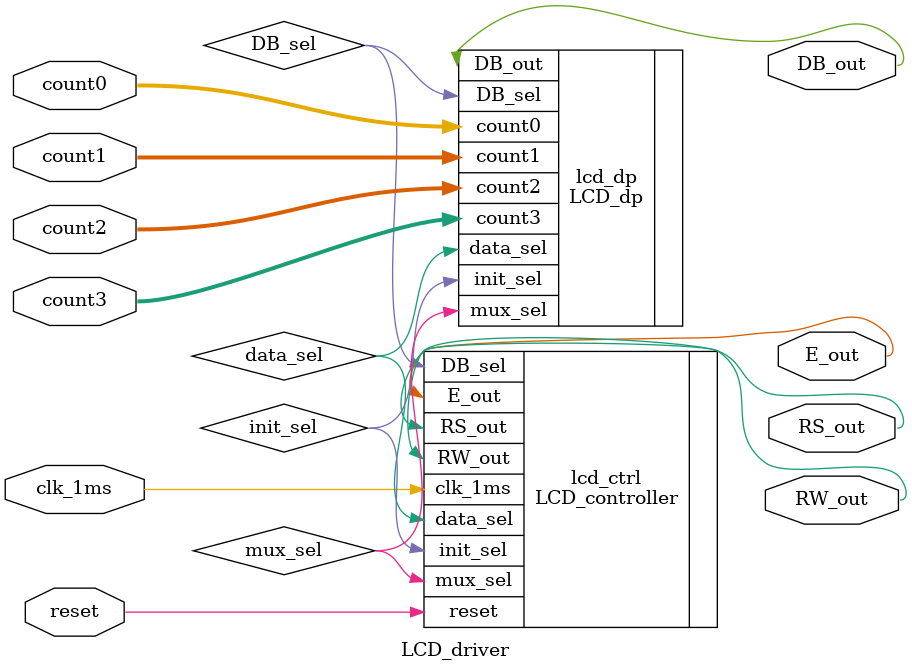
<source format=v>
`timescale 1ns / 1ps
module LCD_driver(
    input [3:0] count0,
    input [3:0] count1,
    input [3:0] count2,
    input [3:0] count3,
    input reset,
    input clk_1ms,
    output E_out,
    output RW_out,
    output RS_out,
    output DB_out
    );

LCD_controller lcd_ctrl(.reset(reset), .clk_1ms(clk_1ms), .E_out(E_out), .RW_out(RW_out), .RS_out(RS_out),
						.DB_sel(DB_sel), .mux_sel(mux_sel), .data_sel(data_sel), .init_sel(init_sel));
LCD_dp lcd_dp(.count0(count0), .count1(count1), .count2(count2), .count3(count3), .DB_sel(DB_sel), .mux_sel(mux_sel),
			  .data_sel(data_sel), .init_sel(init_sel), .DB_out(DB_out));


endmodule


</source>
